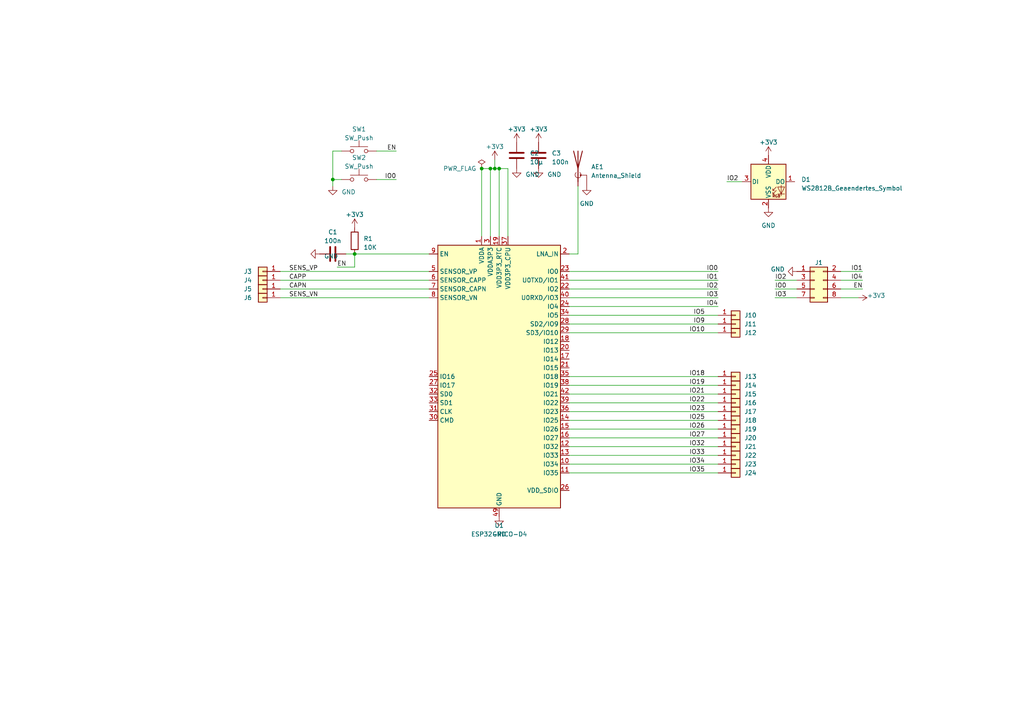
<source format=kicad_sch>
(kicad_sch (version 20210406) (generator eeschema)
  (paper "A4")
  (lib_symbols
    (symbol "Connector_Generic:Conn_01x01" (pin_names (offset 1.016) hide)
      (property "Reference" "J" (at 0 2.54 0))
      (property "Value" "Conn_01x01" (at 0 -2.54 0))
      (symbol "Conn_01x01_1_1"
        (rectangle (start -1.27 0.127) (end 0 -0.127) (stroke (width 0.1524)))
        (rectangle (start -1.27 1.27) (end 1.27 -1.27) (stroke (width 0.254)) (fill (type background)))
        (pin passive line (at -5.08 0 0) (length 3.81) (name "Pin_1") (number "1"))
      )
    )
    (symbol "Connector_Generic:Conn_02x04_Odd_Even" (pin_names (offset 1.016) hide)
      (property "Reference" "J" (at 1.27 5.08 0))
      (property "Value" "Conn_02x04_Odd_Even" (at 1.27 -7.62 0))
      (symbol "Conn_02x04_Odd_Even_1_1"
        (rectangle (start -1.27 -4.953) (end 0 -5.207) (stroke (width 0.1524)))
        (rectangle (start -1.27 -2.413) (end 0 -2.667) (stroke (width 0.1524)))
        (rectangle (start -1.27 0.127) (end 0 -0.127) (stroke (width 0.1524)))
        (rectangle (start -1.27 2.667) (end 0 2.413) (stroke (width 0.1524)))
        (rectangle (start 3.81 -4.953) (end 2.54 -5.207) (stroke (width 0.1524)))
        (rectangle (start 3.81 -2.413) (end 2.54 -2.667) (stroke (width 0.1524)))
        (rectangle (start 3.81 0.127) (end 2.54 -0.127) (stroke (width 0.1524)))
        (rectangle (start 3.81 2.667) (end 2.54 2.413) (stroke (width 0.1524)))
        (rectangle (start -1.27 3.81) (end 3.81 -6.35) (stroke (width 0.254)) (fill (type background)))
        (pin passive line (at -5.08 2.54 0) (length 3.81) (name "Pin_1") (number "1"))
        (pin passive line (at 7.62 2.54 180) (length 3.81) (name "Pin_2") (number "2"))
        (pin passive line (at -5.08 0 0) (length 3.81) (name "Pin_3") (number "3"))
        (pin passive line (at 7.62 0 180) (length 3.81) (name "Pin_4") (number "4"))
        (pin passive line (at -5.08 -2.54 0) (length 3.81) (name "Pin_5") (number "5"))
        (pin passive line (at 7.62 -2.54 180) (length 3.81) (name "Pin_6") (number "6"))
        (pin passive line (at -5.08 -5.08 0) (length 3.81) (name "Pin_7") (number "7"))
        (pin passive line (at 7.62 -5.08 180) (length 3.81) (name "Pin_8") (number "8"))
      )
    )
    (symbol "Device:Antenna_Shield" (pin_numbers hide) (pin_names (offset 1.016) hide)
      (property "Reference" "AE" (at -1.905 4.445 0))
      (property "Value" "Antenna_Shield" (at -1.905 2.54 0))
      (symbol "Antenna_Shield_0_1"
        (arc (start 0 -2.667) (end -0.508 -1.143) (radius (at -0.0254 -1.8542) (length 0.8128) (angles -88.2 124.2)))
        (arc (start 0 -2.667) (end 0.508 -1.143) (radius (at 0.0254 -1.8542) (length 0.8128) (angles -91.8 55.8)))
        (circle (center 0.762 -1.905) (radius 0.1778) (fill (type outline)))
        (polyline (pts (xy 0 -2.54) (xy 0 0)))
        (polyline (pts (xy 0 5.08) (xy 0 -3.81)) (stroke (width 0.254)))
        (polyline (pts (xy 0.762 -1.905) (xy 2.54 -1.905)))
        (polyline (pts (xy 2.54 -2.54) (xy 2.54 -1.905)))
        (polyline (pts (xy 1.27 5.08) (xy 0 0) (xy -1.27 5.08)) (stroke (width 0.254)))
      )
      (symbol "Antenna_Shield_1_1"
        (pin input line (at 0 -5.08 90) (length 2.54) (name "A") (number "1"))
        (pin input line (at 2.54 -5.08 90) (length 2.54) (name "Shield") (number "2"))
      )
    )
    (symbol "Device:C" (pin_numbers hide) (pin_names (offset 0.254))
      (property "Reference" "C" (at 0.635 2.54 0))
      (property "Value" "C" (at 0.635 -2.54 0))
      (symbol "C_0_1"
        (polyline (pts (xy -2.032 -0.762) (xy 2.032 -0.762)) (stroke (width 0.508)))
        (polyline (pts (xy -2.032 0.762) (xy 2.032 0.762)) (stroke (width 0.508)))
      )
      (symbol "C_1_1"
        (pin passive line (at 0 3.81 270) (length 2.794) (name "~") (number "1"))
        (pin passive line (at 0 -3.81 90) (length 2.794) (name "~") (number "2"))
      )
    )
    (symbol "Device:R" (pin_numbers hide) (pin_names (offset 0))
      (property "Reference" "R" (at 2.032 0 90))
      (property "Value" "R" (at 0 0 90))
      (symbol "R_0_1"
        (rectangle (start -1.016 -2.54) (end 1.016 2.54) (stroke (width 0.254)))
      )
      (symbol "R_1_1"
        (pin passive line (at 0 3.81 270) (length 1.27) (name "~") (number "1"))
        (pin passive line (at 0 -3.81 90) (length 1.27) (name "~") (number "2"))
      )
    )
    (symbol "RF_Module:ESP32-PICO-D4"
      (property "Reference" "U" (at -17.78 39.37 0))
      (property "Value" "ESP32-PICO-D4" (at 3.81 39.37 0))
      (symbol "ESP32-PICO-D4_0_0"
        (pin power_in line (at -5.08 40.64 270) (length 2.54) (name "VDDA") (number "1"))
        (pin input line (at 20.32 -25.4 180) (length 2.54) (name "IO34") (number "10"))
        (pin input line (at 20.32 -27.94 180) (length 2.54) (name "IO35") (number "11"))
        (pin bidirectional line (at 20.32 -20.32 180) (length 2.54) (name "IO32") (number "12"))
        (pin bidirectional line (at 20.32 -22.86 180) (length 2.54) (name "IO33") (number "13"))
        (pin bidirectional line (at 20.32 -12.7 180) (length 2.54) (name "IO25") (number "14"))
        (pin bidirectional line (at 20.32 -15.24 180) (length 2.54) (name "IO26") (number "15"))
        (pin bidirectional line (at 20.32 -17.78 180) (length 2.54) (name "IO27") (number "16"))
        (pin bidirectional line (at 20.32 5.08 180) (length 2.54) (name "IO14") (number "17"))
        (pin bidirectional line (at 20.32 10.16 180) (length 2.54) (name "IO12") (number "18"))
        (pin power_in line (at 0 40.64 270) (length 2.54) (name "VDD3P3_RTC") (number "19"))
        (pin bidirectional line (at 20.32 35.56 180) (length 2.54) (name "LNA_IN") (number "2"))
        (pin bidirectional line (at 20.32 7.62 180) (length 2.54) (name "IO13") (number "20"))
        (pin bidirectional line (at 20.32 2.54 180) (length 2.54) (name "IO15") (number "21"))
        (pin bidirectional line (at 20.32 25.4 180) (length 2.54) (name "IO2") (number "22"))
        (pin bidirectional line (at 20.32 30.48 180) (length 2.54) (name "IO0") (number "23"))
        (pin bidirectional line (at 20.32 20.32 180) (length 2.54) (name "IO4") (number "24"))
        (pin bidirectional line (at -20.32 0 0) (length 2.54) (name "IO16") (number "25"))
        (pin power_out line (at 20.32 -33.02 180) (length 2.54) (name "VDD_SDIO") (number "26"))
        (pin bidirectional line (at -20.32 -2.54 0) (length 2.54) (name "IO17") (number "27"))
        (pin bidirectional line (at 20.32 15.24 180) (length 2.54) (name "SD2/IO9") (number "28"))
        (pin bidirectional line (at 20.32 12.7 180) (length 2.54) (name "SD3/IO10") (number "29"))
        (pin power_in line (at -2.54 40.64 270) (length 2.54) (name "VDDA3P3") (number "3"))
        (pin bidirectional line (at -20.32 -12.7 0) (length 2.54) (name "CMD") (number "30"))
        (pin bidirectional line (at -20.32 -10.16 0) (length 2.54) (name "CLK") (number "31"))
        (pin bidirectional line (at -20.32 -5.08 0) (length 2.54) (name "SD0") (number "32"))
        (pin bidirectional line (at -20.32 -7.62 0) (length 2.54) (name "SD1") (number "33"))
        (pin bidirectional line (at 20.32 17.78 180) (length 2.54) (name "IO5") (number "34"))
        (pin bidirectional line (at 20.32 0 180) (length 2.54) (name "IO18") (number "35"))
        (pin bidirectional line (at 20.32 -10.16 180) (length 2.54) (name "IO23") (number "36"))
        (pin power_in line (at 2.54 40.64 270) (length 2.54) (name "VDD3P3_CPU") (number "37"))
        (pin bidirectional line (at 20.32 -2.54 180) (length 2.54) (name "IO19") (number "38"))
        (pin bidirectional line (at 20.32 -7.62 180) (length 2.54) (name "IO22") (number "39"))
        (pin passive line (at -2.54 40.64 270) (length 2.54) hide (name "VDDA3P3") (number "4"))
        (pin bidirectional line (at 20.32 22.86 180) (length 2.54) (name "U0RXD/IO3") (number "40"))
        (pin bidirectional line (at 20.32 27.94 180) (length 2.54) (name "U0TXD/IO1") (number "41"))
        (pin bidirectional line (at 20.32 -5.08 180) (length 2.54) (name "IO21") (number "42"))
        (pin passive line (at -5.08 40.64 270) (length 2.54) hide (name "VDDA") (number "43"))
        (pin no_connect line (at -17.78 -25.4 0) (length 2.54) hide (name "XTAL_N_NC") (number "44"))
        (pin no_connect line (at -17.78 -27.94 0) (length 2.54) hide (name "XTAL_P_NC") (number "45"))
        (pin passive line (at -5.08 40.64 270) (length 2.54) hide (name "VDDA") (number "46"))
        (pin no_connect line (at -17.78 -30.48 0) (length 2.54) hide (name "CAP2_NC") (number "47"))
        (pin no_connect line (at -17.78 -33.02 0) (length 2.54) hide (name "CAP1_NC") (number "48"))
        (pin power_in line (at 0 -40.64 90) (length 2.54) (name "GND") (number "49"))
        (pin input line (at -20.32 30.48 0) (length 2.54) (name "SENSOR_VP") (number "5"))
        (pin input line (at -20.32 27.94 0) (length 2.54) (name "SENSOR_CAPP") (number "6"))
        (pin input line (at -20.32 25.4 0) (length 2.54) (name "SENSOR_CAPN") (number "7"))
        (pin input line (at -20.32 22.86 0) (length 2.54) (name "SENSOR_VN") (number "8"))
        (pin input line (at -20.32 35.56 0) (length 2.54) (name "EN") (number "9"))
      )
      (symbol "ESP32-PICO-D4_0_1"
        (rectangle (start -17.78 38.1) (end 17.78 -38.1) (stroke (width 0.254)) (fill (type background)))
      )
    )
    (symbol "Switch:SW_Push" (pin_numbers hide) (pin_names (offset 1.016) hide)
      (property "Reference" "SW" (at 1.27 2.54 0))
      (property "Value" "SW_Push" (at 0 -1.524 0))
      (symbol "SW_Push_0_1"
        (circle (center -2.032 0) (radius 0.508))
        (circle (center 2.032 0) (radius 0.508))
        (polyline (pts (xy 0 1.27) (xy 0 3.048)))
        (polyline (pts (xy 2.54 1.27) (xy -2.54 1.27)))
        (pin passive line (at -5.08 0 0) (length 2.54) (name "1") (number "1"))
        (pin passive line (at 5.08 0 180) (length 2.54) (name "2") (number "2"))
      )
    )
    (symbol "TheBrutzlers_Lib:WS2812B_Geaendertes_Symbol" (pin_names (offset 0.254))
      (property "Reference" "D1" (at 9.525 0.6351 0))
      (property "Value" "WS2812B_Geaendertes_Symbol" (at 9.525 -1.9049 0))
      (symbol "WS2812B_Geaendertes_Symbol_0_0"
        (text "RGB" (at 2.286 -4.191 0) (effects (font (size 0.762 0.762))))
      )
      (symbol "WS2812B_Geaendertes_Symbol_0_1"
        (rectangle (start 5.08 5.08) (end -5.08 -5.08) (stroke (width 0.254)) (fill (type background)))
        (polyline (pts (xy 1.27 -3.556) (xy 1.778 -3.556)))
        (polyline (pts (xy 1.27 -2.54) (xy 1.778 -2.54)))
        (polyline (pts (xy 4.699 -3.556) (xy 2.667 -3.556)))
        (polyline (pts (xy 2.286 -2.54) (xy 1.27 -3.556) (xy 1.27 -3.048)))
        (polyline (pts (xy 2.286 -1.524) (xy 1.27 -2.54) (xy 1.27 -2.032)))
        (polyline (pts (xy 3.683 -1.016) (xy 3.683 -3.556) (xy 3.683 -4.064)))
        (polyline (pts (xy 4.699 -1.524) (xy 2.667 -1.524) (xy 3.683 -3.556) (xy 4.699 -1.524)))
      )
      (symbol "WS2812B_Geaendertes_Symbol_1_1"
        (pin output line (at 7.62 0 180) (length 2.54) (name "DO") (number "1"))
        (pin power_in line (at 0 -7.62 90) (length 2.54) (name "VSS") (number "2"))
        (pin input line (at -7.62 0 0) (length 2.54) (name "DI") (number "3"))
        (pin power_in line (at 0 7.62 270) (length 2.54) (name "VDD") (number "4"))
      )
    )
    (symbol "power:+3V3" (power) (pin_names (offset 0))
      (property "Value" "+3V3" (at 0 3.556 0))
      (symbol "+3V3_0_1"
        (polyline (pts (xy -0.762 1.27) (xy 0 2.54)))
        (polyline (pts (xy 0 0) (xy 0 2.54)))
        (polyline (pts (xy 0 2.54) (xy 0.762 1.27)))
      )
      (symbol "+3V3_1_1"
        (pin power_in line (at 0 0 90) (length 0) hide (name "+3V3") (number "1"))
      )
    )
    (symbol "power:GND" (power) (pin_names (offset 0))
      (property "Value" "GND" (at 0 -3.81 0))
      (symbol "GND_0_1"
        (polyline (pts (xy 0 0) (xy 0 -1.27) (xy 1.27 -1.27) (xy 0 -2.54) (xy -1.27 -1.27) (xy 0 -1.27)))
      )
      (symbol "GND_1_1"
        (pin power_in line (at 0 0 270) (length 0) hide (name "GND") (number "1"))
      )
    )
    (symbol "power:PWR_FLAG" (power) (pin_numbers hide) (pin_names (offset 0) hide)
      (property "Value" "PWR_FLAG" (at 0 3.81 0))
      (symbol "PWR_FLAG_0_0"
        (pin power_out line (at 0 0 90) (length 0) (name "pwr") (number "1"))
      )
      (symbol "PWR_FLAG_0_1"
        (polyline (pts (xy 0 0) (xy 0 1.27) (xy -1.016 1.905) (xy 0 2.54) (xy 1.016 1.905) (xy 0 1.27)))
      )
    )
  )
  (junction (at 96.52 52.07) (diameter 0.9144))
  (junction (at 102.87 73.66) (diameter 0.9144))
  (junction (at 139.7 48.895) (diameter 0.9144))
  (junction (at 142.24 48.895) (diameter 0.9144))
  (junction (at 143.51 48.895) (diameter 0.9144))
  (junction (at 144.78 48.895) (diameter 0.9144))
  (wire (pts (xy 81.28 78.74) (xy 124.46 78.74)))
  (wire (pts (xy 81.28 81.28) (xy 124.46 81.28)))
  (wire (pts (xy 81.28 83.82) (xy 124.46 83.82)))
  (wire (pts (xy 81.28 86.36) (xy 124.46 86.36)))
  (wire (pts (xy 96.52 43.815) (xy 96.52 52.07)))
  (wire (pts (xy 96.52 52.07) (xy 96.52 53.975)))
  (wire (pts (xy 97.79 77.47) (xy 102.87 77.47)))
  (wire (pts (xy 99.06 43.815) (xy 96.52 43.815)))
  (wire (pts (xy 99.06 52.07) (xy 96.52 52.07)))
  (wire (pts (xy 100.33 73.66) (xy 102.87 73.66)))
  (wire (pts (xy 102.87 73.66) (xy 102.87 77.47)))
  (wire (pts (xy 102.87 73.66) (xy 124.46 73.66)))
  (wire (pts (xy 109.22 43.815) (xy 114.935 43.815)))
  (wire (pts (xy 109.22 52.07) (xy 114.935 52.07)))
  (wire (pts (xy 139.7 48.895) (xy 139.7 68.58)))
  (wire (pts (xy 142.24 48.895) (xy 139.7 48.895)))
  (wire (pts (xy 142.24 48.895) (xy 142.24 68.58)))
  (wire (pts (xy 143.51 46.355) (xy 143.51 48.895)))
  (wire (pts (xy 143.51 48.895) (xy 142.24 48.895)))
  (wire (pts (xy 144.78 48.895) (xy 143.51 48.895)))
  (wire (pts (xy 144.78 48.895) (xy 144.78 68.58)))
  (wire (pts (xy 147.32 48.895) (xy 144.78 48.895)))
  (wire (pts (xy 147.32 48.895) (xy 147.32 68.58)))
  (wire (pts (xy 165.1 78.74) (xy 208.28 78.74)))
  (wire (pts (xy 165.1 81.28) (xy 208.28 81.28)))
  (wire (pts (xy 165.1 83.82) (xy 208.28 83.82)))
  (wire (pts (xy 165.1 86.36) (xy 208.28 86.36)))
  (wire (pts (xy 165.1 88.9) (xy 208.28 88.9)))
  (wire (pts (xy 165.1 91.44) (xy 208.28 91.44)))
  (wire (pts (xy 165.1 93.98) (xy 208.28 93.98)))
  (wire (pts (xy 165.1 96.52) (xy 208.28 96.52)))
  (wire (pts (xy 165.1 109.22) (xy 208.28 109.22)))
  (wire (pts (xy 165.1 111.76) (xy 208.28 111.76)))
  (wire (pts (xy 165.1 114.3) (xy 208.28 114.3)))
  (wire (pts (xy 165.1 116.84) (xy 208.28 116.84)))
  (wire (pts (xy 165.1 119.38) (xy 208.28 119.38)))
  (wire (pts (xy 165.1 121.92) (xy 208.28 121.92)))
  (wire (pts (xy 165.1 124.46) (xy 208.28 124.46)))
  (wire (pts (xy 165.1 127) (xy 208.28 127)))
  (wire (pts (xy 165.1 129.54) (xy 208.28 129.54)))
  (wire (pts (xy 165.1 132.08) (xy 208.28 132.08)))
  (wire (pts (xy 165.1 134.62) (xy 208.28 134.62)))
  (wire (pts (xy 165.1 137.16) (xy 208.28 137.16)))
  (wire (pts (xy 167.64 53.975) (xy 167.64 73.66)))
  (wire (pts (xy 167.64 73.66) (xy 165.1 73.66)))
  (wire (pts (xy 210.82 52.705) (xy 215.265 52.705)))
  (wire (pts (xy 224.79 81.28) (xy 231.14 81.28)))
  (wire (pts (xy 224.79 83.82) (xy 231.14 83.82)))
  (wire (pts (xy 224.79 86.36) (xy 231.14 86.36)))
  (wire (pts (xy 243.84 78.74) (xy 250.19 78.74)))
  (wire (pts (xy 243.84 81.28) (xy 250.19 81.28)))
  (wire (pts (xy 243.84 83.82) (xy 250.19 83.82)))
  (wire (pts (xy 243.84 86.36) (xy 248.92 86.36)))
  (label "SENS_VP" (at 83.82 78.74 0))
  (label "CAPP" (at 83.82 81.28 0))
  (label "CAPN" (at 83.82 83.82 0))
  (label "SENS_VN" (at 83.82 86.36 0))
  (label "EN" (at 97.79 77.47 0))
  (label "EN" (at 114.935 43.815 180))
  (label "IO0" (at 114.935 52.07 180))
  (label "IO5" (at 204.47 91.44 180))
  (label "IO9" (at 204.47 93.98 180))
  (label "IO10" (at 204.47 96.52 180))
  (label "IO18" (at 204.47 109.22 180))
  (label "IO19" (at 204.47 111.76 180))
  (label "IO21" (at 204.47 114.3 180))
  (label "IO22" (at 204.47 116.84 180))
  (label "IO23" (at 204.47 119.38 180))
  (label "IO25" (at 204.47 121.92 180))
  (label "IO26" (at 204.47 124.46 180))
  (label "IO27" (at 204.47 127 180))
  (label "IO32" (at 204.47 129.54 180))
  (label "IO33" (at 204.47 132.08 180))
  (label "IO34" (at 204.47 134.62 180))
  (label "IO35" (at 204.47 137.16 180))
  (label "IO0" (at 208.28 78.74 180))
  (label "IO1" (at 208.28 81.28 180))
  (label "IO2" (at 208.28 83.82 180))
  (label "IO3" (at 208.28 86.36 180))
  (label "IO4" (at 208.28 88.9 180))
  (label "IO2" (at 210.82 52.705 0))
  (label "IO2" (at 224.79 81.28 0))
  (label "IO0" (at 224.79 83.82 0))
  (label "IO3" (at 224.79 86.36 0))
  (label "IO1" (at 250.19 78.74 180))
  (label "IO4" (at 250.19 81.28 180))
  (label "EN" (at 250.19 83.82 180))
  (symbol (lib_id "power:+3V3") (at 102.87 66.04 0) (unit 1)
    (property "Reference" "#PWR02" (effects hide))
    (property "Value" "+3V3" (at 102.87 62.23 0))
  )
  (symbol (lib_id "power:+3V3") (at 143.51 46.355 0) (unit 1)
    (property "Reference" "#PWR03" (effects hide))
    (property "Value" "+3V3" (at 143.51 42.545 0))
  )
  (symbol (lib_id "power:+3V3") (at 149.86 41.275 0) (unit 1)
    (property "Reference" "#PWR05" (effects hide))
    (property "Value" "+3V3" (at 149.86 37.465 0))
  )
  (symbol (lib_id "power:+3V3") (at 156.21 41.275 0) (unit 1)
    (property "Reference" "#PWR07" (effects hide))
    (property "Value" "+3V3" (at 156.21 37.465 0))
  )
  (symbol (lib_id "power:+3V3") (at 222.885 45.085 0) (unit 1)
    (property "Reference" "#PWR0103" (effects hide))
    (property "Value" "+3V3" (at 222.885 41.275 0))
  )
  (symbol (lib_id "power:+3V3") (at 248.92 86.36 270) (unit 1)
    (property "Reference" "#PWR011" (effects hide))
    (property "Value" "+3V3" (at 251.46 85.7249 90) (effects (justify left)))
  )
  (symbol (lib_id "power:PWR_FLAG") (at 139.7 48.895 0) (unit 1)
    (property "Reference" "#FLG0101" (effects hide))
    (property "Value" "PWR_FLAG" (at 133.35 48.895 0))
  )
  (symbol (lib_id "power:GND") (at 92.71 73.66 270) (unit 1)
    (property "Reference" "#PWR01" (effects hide))
    (property "Value" "GND" (at 93.98 74.2949 90) (effects (justify left)))
  )
  (symbol (lib_id "power:GND") (at 96.52 53.975 0) (unit 1)
    (property "Reference" "#PWR0101" (effects hide))
    (property "Value" "GND" (at 99.06 55.6894 0) (effects (justify left)))
  )
  (symbol (lib_id "power:GND") (at 144.78 149.86 0) (unit 1)
    (property "Reference" "#PWR04" (effects hide))
    (property "Value" "GND" (at 144.78 154.94 0))
  )
  (symbol (lib_id "power:GND") (at 149.86 48.895 0) (unit 1)
    (property "Reference" "#PWR06" (effects hide))
    (property "Value" "GND" (at 152.4 50.6094 0) (effects (justify left)))
  )
  (symbol (lib_id "power:GND") (at 156.21 48.895 0) (unit 1)
    (property "Reference" "#PWR08" (effects hide))
    (property "Value" "GND" (at 158.75 50.6094 0) (effects (justify left)))
  )
  (symbol (lib_id "power:GND") (at 170.18 53.975 0) (unit 1)
    (property "Reference" "#PWR09" (effects hide))
    (property "Value" "GND" (at 170.18 59.055 0))
  )
  (symbol (lib_id "power:GND") (at 222.885 60.325 0) (unit 1)
    (property "Reference" "#PWR0102" (effects hide))
    (property "Value" "GND" (at 222.885 65.405 0))
  )
  (symbol (lib_id "power:GND") (at 231.14 78.74 270) (unit 1)
    (property "Reference" "#PWR010" (effects hide))
    (property "Value" "GND" (at 223.52 78.1049 90) (effects (justify left)))
  )
  (symbol (lib_id "Connector_Generic:Conn_01x01") (at 76.2 78.74 180) (unit 1)
    (property "Reference" "J3" (at 71.882 78.74 0))
    (property "Value" "Conn_01x01" (effects hide))
    (property "Footprint" "Eigene:CON_1x01" (effects hide))
  )
  (symbol (lib_id "Connector_Generic:Conn_01x01") (at 76.2 81.28 180) (unit 1)
    (property "Reference" "J4" (at 71.882 81.28 0))
    (property "Value" "Conn_01x01" (effects hide))
    (property "Footprint" "Eigene:CON_1x01" (effects hide))
  )
  (symbol (lib_id "Connector_Generic:Conn_01x01") (at 76.2 83.82 180) (unit 1)
    (property "Reference" "J5" (at 71.882 83.82 0))
    (property "Value" "Conn_01x01" (effects hide))
    (property "Footprint" "Eigene:CON_1x01" (effects hide))
  )
  (symbol (lib_id "Connector_Generic:Conn_01x01") (at 76.2 86.36 180) (unit 1)
    (property "Reference" "J6" (at 71.882 86.36 0))
    (property "Value" "Conn_01x01" (effects hide))
    (property "Footprint" "Eigene:CON_1x01" (effects hide))
  )
  (symbol (lib_id "Connector_Generic:Conn_01x01") (at 213.36 91.44 0) (unit 1)
    (property "Reference" "J10" (at 217.678 91.44 0))
    (property "Value" "Conn_01x01" (effects hide))
    (property "Footprint" "Eigene:CON_1x01" (effects hide))
  )
  (symbol (lib_id "Connector_Generic:Conn_01x01") (at 213.36 93.98 0) (unit 1)
    (property "Reference" "J11" (at 217.678 93.98 0))
    (property "Value" "Conn_01x01" (effects hide))
    (property "Footprint" "Eigene:CON_1x01" (effects hide))
  )
  (symbol (lib_id "Connector_Generic:Conn_01x01") (at 213.36 96.52 0) (unit 1)
    (property "Reference" "J12" (at 217.678 96.52 0))
    (property "Value" "Conn_01x01" (effects hide))
    (property "Footprint" "Eigene:CON_1x01" (effects hide))
  )
  (symbol (lib_id "Connector_Generic:Conn_01x01") (at 213.36 109.22 0) (unit 1)
    (property "Reference" "J13" (at 217.678 109.22 0))
    (property "Value" "Conn_01x01" (effects hide))
    (property "Footprint" "Eigene:CON_1x01" (effects hide))
  )
  (symbol (lib_id "Connector_Generic:Conn_01x01") (at 213.36 111.76 0) (unit 1)
    (property "Reference" "J14" (at 217.678 111.76 0))
    (property "Value" "Conn_01x01" (effects hide))
    (property "Footprint" "Eigene:CON_1x01" (effects hide))
  )
  (symbol (lib_id "Connector_Generic:Conn_01x01") (at 213.36 114.3 0) (unit 1)
    (property "Reference" "J15" (at 217.678 114.3 0))
    (property "Value" "Conn_01x01" (effects hide))
    (property "Footprint" "Eigene:CON_1x01" (effects hide))
  )
  (symbol (lib_id "Connector_Generic:Conn_01x01") (at 213.36 116.84 0) (unit 1)
    (property "Reference" "J16" (at 217.678 116.84 0))
    (property "Value" "Conn_01x01" (effects hide))
    (property "Footprint" "Eigene:CON_1x01" (effects hide))
  )
  (symbol (lib_id "Connector_Generic:Conn_01x01") (at 213.36 119.38 0) (unit 1)
    (property "Reference" "J17" (at 217.678 119.38 0))
    (property "Value" "Conn_01x01" (effects hide))
    (property "Footprint" "Eigene:CON_1x01" (effects hide))
  )
  (symbol (lib_id "Connector_Generic:Conn_01x01") (at 213.36 121.92 0) (unit 1)
    (property "Reference" "J18" (at 217.678 121.92 0))
    (property "Value" "Conn_01x01" (effects hide))
    (property "Footprint" "Eigene:CON_1x01" (effects hide))
  )
  (symbol (lib_id "Connector_Generic:Conn_01x01") (at 213.36 124.46 0) (unit 1)
    (property "Reference" "J19" (at 217.678 124.46 0))
    (property "Value" "Conn_01x01" (effects hide))
    (property "Footprint" "Eigene:CON_1x01" (effects hide))
  )
  (symbol (lib_id "Connector_Generic:Conn_01x01") (at 213.36 127 0) (unit 1)
    (property "Reference" "J20" (at 217.678 127 0))
    (property "Value" "Conn_01x01" (effects hide))
    (property "Footprint" "Eigene:CON_1x01" (effects hide))
  )
  (symbol (lib_id "Connector_Generic:Conn_01x01") (at 213.36 129.54 0) (unit 1)
    (property "Reference" "J21" (at 217.678 129.54 0))
    (property "Value" "Conn_01x01" (effects hide))
    (property "Footprint" "Eigene:CON_1x01" (effects hide))
  )
  (symbol (lib_id "Connector_Generic:Conn_01x01") (at 213.36 132.08 0) (unit 1)
    (property "Reference" "J22" (at 217.678 132.08 0))
    (property "Value" "Conn_01x01" (effects hide))
    (property "Footprint" "Eigene:CON_1x01" (effects hide))
  )
  (symbol (lib_id "Connector_Generic:Conn_01x01") (at 213.36 134.62 0) (unit 1)
    (property "Reference" "J23" (at 217.678 134.62 0))
    (property "Value" "Conn_01x01" (effects hide))
    (property "Footprint" "Eigene:CON_1x01" (effects hide))
  )
  (symbol (lib_id "Connector_Generic:Conn_01x01") (at 213.36 137.16 0) (unit 1)
    (property "Reference" "J24" (at 217.678 137.16 0))
    (property "Value" "Conn_01x01" (effects hide))
    (property "Footprint" "Eigene:CON_1x01" (effects hide))
  )
  (symbol (lib_id "Device:R") (at 102.87 69.85 0) (unit 1)
    (property "Reference" "R1" (at 105.41 69.2149 0) (effects (justify left)))
    (property "Value" "10K" (at 105.41 71.7549 0) (effects (justify left)))
    (property "Footprint" "Resistor_SMD:R_0603_1608Metric" (effects hide))
    (property "LCSC" "C73809" (effects hide))
  )
  (symbol (lib_id "Device:C") (at 96.52 73.66 270) (unit 1)
    (property "Reference" "C1" (at 96.52 67.31 90))
    (property "Value" "100n" (at 96.52 69.85 90))
    (property "Footprint" "Capacitor_SMD:C_0603_1608Metric" (effects hide))
    (property "LCSC" "C282519" (effects hide))
  )
  (symbol (lib_id "Device:C") (at 149.86 45.085 180) (unit 1)
    (property "Reference" "C2" (at 153.67 44.4499 0) (effects (justify right)))
    (property "Value" "10µ" (at 153.67 46.9899 0) (effects (justify right)))
    (property "Footprint" "Capacitor_SMD:C_0603_1608Metric" (effects hide))
    (property "LCSC" "C85713" (effects hide))
  )
  (symbol (lib_id "Device:C") (at 156.21 45.085 180) (unit 1)
    (property "Reference" "C3" (at 160.02 44.4499 0) (effects (justify right)))
    (property "Value" "100n" (at 160.02 46.9899 0) (effects (justify right)))
    (property "Footprint" "Capacitor_SMD:C_0603_1608Metric" (effects hide))
    (property "LCSC" "C282519" (effects hide))
  )
  (symbol (lib_id "Switch:SW_Push") (at 104.14 43.815 0) (unit 1)
    (property "Reference" "SW1" (at 104.14 37.465 0))
    (property "Value" "SW_Push" (at 104.14 40.005 0))
    (property "Footprint" "TheBrutzlers_Lib:microswitch" (effects hide))
    (property "LCSC" "C100056" (effects hide))
  )
  (symbol (lib_id "Switch:SW_Push") (at 104.14 52.07 0) (unit 1)
    (property "Reference" "SW2" (at 104.14 45.72 0))
    (property "Value" "SW_Push" (at 104.14 48.26 0))
    (property "Footprint" "TheBrutzlers_Lib:microswitch" (effects hide))
    (property "LCSC" "C100056" (effects hide))
  )
  (symbol (lib_id "Device:Antenna_Shield") (at 167.64 48.895 0) (unit 1)
    (property "Reference" "AE1" (at 171.45 48.3869 0) (effects (justify left)))
    (property "Value" "Antenna_Shield" (at 171.45 50.9269 0) (effects (justify left)))
    (property "Footprint" "RF_Antenna:Texas_SWRA117D_2.4GHz_Left" (effects hide))
  )
  (symbol (lib_id "Connector_Generic:Conn_02x04_Odd_Even") (at 236.22 81.28 0) (unit 1)
    (property "Reference" "J1" (at 237.49 76.2 0))
    (property "Value" "Conn_02x04_Odd_Even" (effects hide))
    (property "Footprint" "Connector_PinHeader_2.54mm:PinHeader_2x04_P2.54mm_Vertical" (effects hide))
  )
  (symbol (lib_id "TheBrutzlers_Lib:WS2812B_Geaendertes_Symbol") (at 222.885 52.705 0) (unit 1)
    (property "Reference" "D1" (at 232.41 52.0699 0) (effects (justify left)))
    (property "Value" "WS2812B_Geaendertes_Symbol" (at 232.41 54.6099 0) (effects (justify left)))
    (property "Footprint" "LED_SMD:LED_Cree-PLCC4_2x2mm_CW" (effects hide))
    (property "Datasheet" "https://cdn-shop.adafruit.com/datasheets/WS2812B.pdf" (effects hide))
    (property "LCSC" "C965556" (effects hide))
  )
  (symbol (lib_id "RF_Module:ESP32-PICO-D4") (at 144.78 109.22 0) (unit 1)
    (property "Reference" "U1" (at 144.78 152.4 0))
    (property "Value" "ESP32-PICO-D4" (at 144.78 154.94 0))
    (property "Footprint" "Package_DFN_QFN:QFN-48-1EP_7x7mm_P0.5mm_EP5.3x5.3mm" (effects hide))
    (property "Datasheet" "https://www.espressif.com/sites/default/files/documentation/esp32-pico-d4_datasheet_en.pdf" (effects hide))
  )
)
</source>
